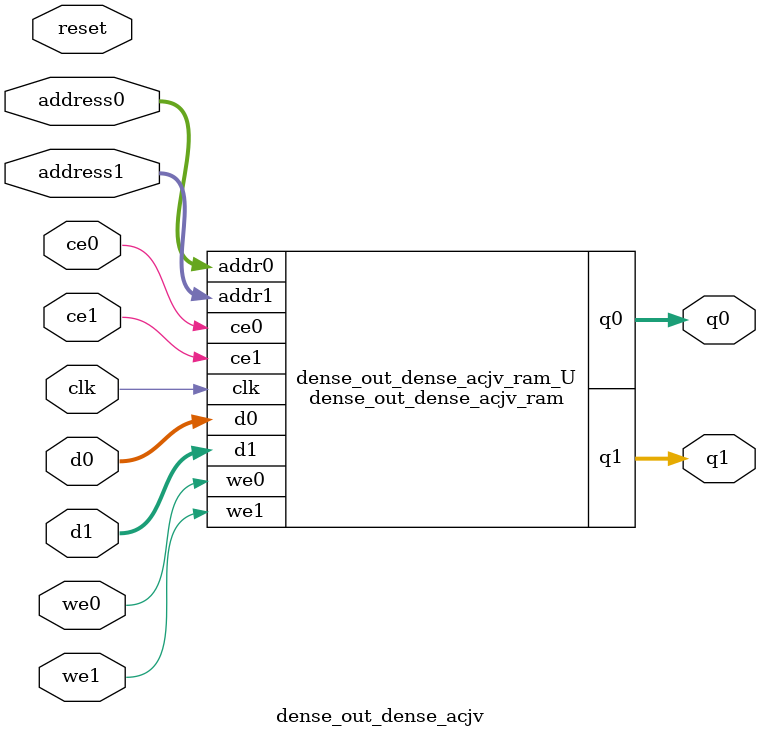
<source format=v>
`timescale 1 ns / 1 ps
module dense_out_dense_acjv_ram (addr0, ce0, d0, we0, q0, addr1, ce1, d1, we1, q1,  clk);

parameter DWIDTH = 14;
parameter AWIDTH = 4;
parameter MEM_SIZE = 10;

input[AWIDTH-1:0] addr0;
input ce0;
input[DWIDTH-1:0] d0;
input we0;
output reg[DWIDTH-1:0] q0;
input[AWIDTH-1:0] addr1;
input ce1;
input[DWIDTH-1:0] d1;
input we1;
output reg[DWIDTH-1:0] q1;
input clk;

(* ram_style = "block" *)reg [DWIDTH-1:0] ram[0:MEM_SIZE-1];




always @(posedge clk)  
begin 
    if (ce0) 
    begin
        if (we0) 
        begin 
            ram[addr0] <= d0; 
        end 
        q0 <= ram[addr0];
    end
end


always @(posedge clk)  
begin 
    if (ce1) 
    begin
        if (we1) 
        begin 
            ram[addr1] <= d1; 
        end 
        q1 <= ram[addr1];
    end
end


endmodule

`timescale 1 ns / 1 ps
module dense_out_dense_acjv(
    reset,
    clk,
    address0,
    ce0,
    we0,
    d0,
    q0,
    address1,
    ce1,
    we1,
    d1,
    q1);

parameter DataWidth = 32'd14;
parameter AddressRange = 32'd10;
parameter AddressWidth = 32'd4;
input reset;
input clk;
input[AddressWidth - 1:0] address0;
input ce0;
input we0;
input[DataWidth - 1:0] d0;
output[DataWidth - 1:0] q0;
input[AddressWidth - 1:0] address1;
input ce1;
input we1;
input[DataWidth - 1:0] d1;
output[DataWidth - 1:0] q1;



dense_out_dense_acjv_ram dense_out_dense_acjv_ram_U(
    .clk( clk ),
    .addr0( address0 ),
    .ce0( ce0 ),
    .we0( we0 ),
    .d0( d0 ),
    .q0( q0 ),
    .addr1( address1 ),
    .ce1( ce1 ),
    .we1( we1 ),
    .d1( d1 ),
    .q1( q1 ));

endmodule


</source>
